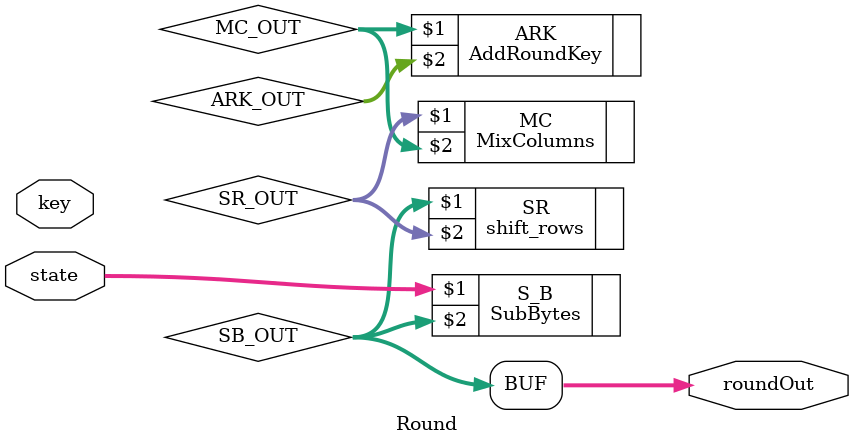
<source format=v>
module Round #(parameter Nk=4, parameter Nr=10) (state, key, roundOut); 

// Main module parameters
input [127:0] state;
input [32*Nk -1: 0] key;
output [127:0] roundOut;

// Temp wires
wire [127:0] SB_OUT, SR_OUT, MC_OUT, ARK_OUT;

// Round steps
SubBytes S_B (state, SB_OUT);
shift_rows SR(SB_OUT, SR_OUT);
MixColumns MC(SR_OUT,MC_OUT);
AddRoundKey ARK(MC_OUT, ARK_OUT);

assign roundOut = SB_OUT;

endmodule

</source>
